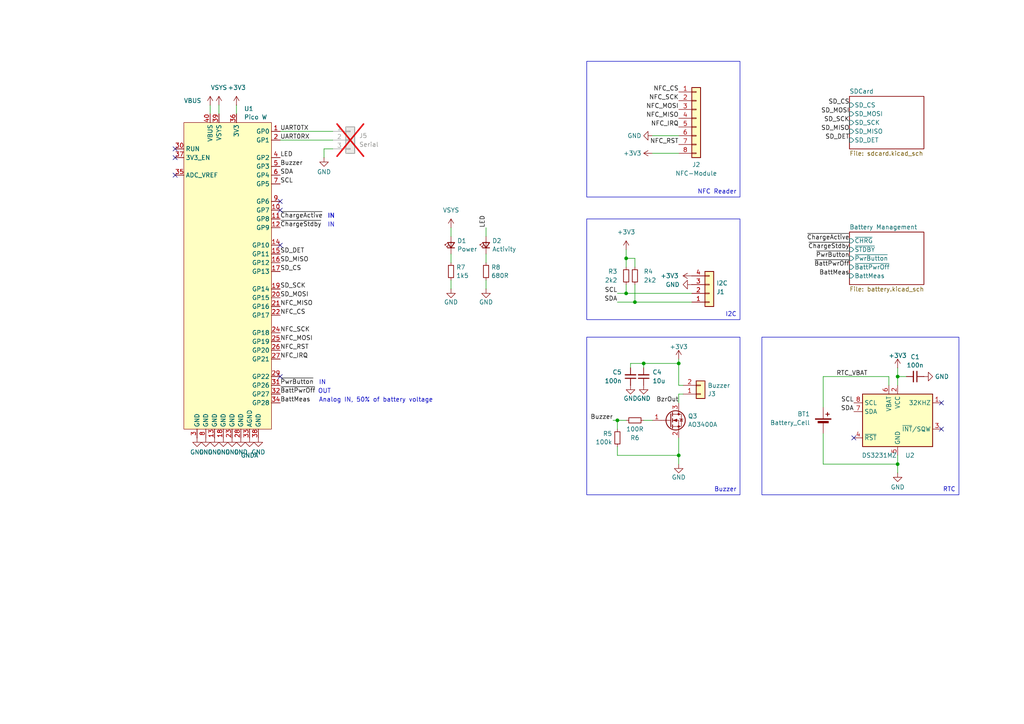
<source format=kicad_sch>
(kicad_sch (version 20231120) (generator "eeschema") (generator_version "8.0")
  (paper "A4")
  (title_block (title "NFC-Badge Scanner") (date "${DATE}") (rev "${VERSION}") (company "Qetesh"))
  (lib_symbols
    (symbol "Badge-Scanner:VSYS" (power) (in_bom no) (on_board no)
      (property "Value" "VSYS" (at 0 0 0))
      (symbol "VSYS_0_1"
        (polyline (pts (xy 0 2.54) (xy 0.762 1.27)))
        (polyline (pts (xy 0 0) (xy 0 2.54) (xy -0.762 1.27)))
      )
      (symbol "VSYS_1_1"
        (pin power_in line (at 0 0 90) (length 0) hide (name "VSYS") (number ""))
      )
    )
    (symbol "Connector_Generic:Conn_01x02" (pin_names (offset 1.016) hide)
      (property "Reference" "J" (at 0 2.54 0))
      (property "Value" "Conn_01x02" (at 0 -5.08 0))
      (symbol "Conn_01x02_1_1"
        (rectangle (start -1.27 -2.413) (end 0 -2.667) (stroke (width 0.1524)))
        (rectangle (start -1.27 0.127) (end 0 -0.127) (stroke (width 0.1524)))
        (rectangle (start -1.27 1.27) (end 1.27 -3.81) (stroke (width 0.254)) (fill (type background)))
        (pin passive line (at -5.08 0 0) (length 3.81) (name "Pin_1") (number "1"))
        (pin passive line (at -5.08 -2.54 0) (length 3.81) (name "Pin_2") (number "2"))
      )
    )
    (symbol "Connector_Generic:Conn_01x03" (pin_names (offset 1.016) hide)
      (property "Reference" "J" (at 0 5.08 0))
      (property "Value" "Conn_01x03" (at 0 -5.08 0))
      (symbol "Conn_01x03_1_1"
        (rectangle (start -1.27 -2.413) (end 0 -2.667) (stroke (width 0.1524)))
        (rectangle (start -1.27 0.127) (end 0 -0.127) (stroke (width 0.1524)))
        (rectangle (start -1.27 2.667) (end 0 2.413) (stroke (width 0.1524)))
        (rectangle (start -1.27 3.81) (end 1.27 -3.81) (stroke (width 0.254)) (fill (type background)))
        (pin passive line (at -5.08 2.54 0) (length 3.81) (name "Pin_1") (number "1"))
        (pin passive line (at -5.08 0 0) (length 3.81) (name "Pin_2") (number "2"))
        (pin passive line (at -5.08 -2.54 0) (length 3.81) (name "Pin_3") (number "3"))
      )
    )
    (symbol "Connector_Generic:Conn_01x04" (pin_names (offset 1.016) hide)
      (property "Reference" "J" (at 0 5.08 0))
      (property "Value" "Conn_01x04" (at 0 -7.62 0))
      (symbol "Conn_01x04_1_1"
        (rectangle (start -1.27 -4.953) (end 0 -5.207) (stroke (width 0.1524)))
        (rectangle (start -1.27 -2.413) (end 0 -2.667) (stroke (width 0.1524)))
        (rectangle (start -1.27 0.127) (end 0 -0.127) (stroke (width 0.1524)))
        (rectangle (start -1.27 2.667) (end 0 2.413) (stroke (width 0.1524)))
        (rectangle (start -1.27 3.81) (end 1.27 -6.35) (stroke (width 0.254)) (fill (type background)))
        (pin passive line (at -5.08 2.54 0) (length 3.81) (name "Pin_1") (number "1"))
        (pin passive line (at -5.08 0 0) (length 3.81) (name "Pin_2") (number "2"))
        (pin passive line (at -5.08 -2.54 0) (length 3.81) (name "Pin_3") (number "3"))
        (pin passive line (at -5.08 -5.08 0) (length 3.81) (name "Pin_4") (number "4"))
      )
    )
    (symbol "Connector_Generic:Conn_01x08" (pin_names (offset 1.016) hide)
      (property "Reference" "J" (at 0 10.16 0))
      (property "Value" "Conn_01x08" (at 0 -12.7 0))
      (symbol "Conn_01x08_1_1"
        (rectangle (start -1.27 -10.033) (end 0 -10.287) (stroke (width 0.1524)))
        (rectangle (start -1.27 -7.493) (end 0 -7.747) (stroke (width 0.1524)))
        (rectangle (start -1.27 -4.953) (end 0 -5.207) (stroke (width 0.1524)))
        (rectangle (start -1.27 -2.413) (end 0 -2.667) (stroke (width 0.1524)))
        (rectangle (start -1.27 0.127) (end 0 -0.127) (stroke (width 0.1524)))
        (rectangle (start -1.27 2.667) (end 0 2.413) (stroke (width 0.1524)))
        (rectangle (start -1.27 5.207) (end 0 4.953) (stroke (width 0.1524)))
        (rectangle (start -1.27 7.747) (end 0 7.493) (stroke (width 0.1524)))
        (rectangle (start -1.27 8.89) (end 1.27 -11.43) (stroke (width 0.254)) (fill (type background)))
        (pin passive line (at -5.08 7.62 0) (length 3.81) (name "Pin_1") (number "1"))
        (pin passive line (at -5.08 5.08 0) (length 3.81) (name "Pin_2") (number "2"))
        (pin passive line (at -5.08 2.54 0) (length 3.81) (name "Pin_3") (number "3"))
        (pin passive line (at -5.08 0 0) (length 3.81) (name "Pin_4") (number "4"))
        (pin passive line (at -5.08 -2.54 0) (length 3.81) (name "Pin_5") (number "5"))
        (pin passive line (at -5.08 -5.08 0) (length 3.81) (name "Pin_6") (number "6"))
        (pin passive line (at -5.08 -7.62 0) (length 3.81) (name "Pin_7") (number "7"))
        (pin passive line (at -5.08 -10.16 0) (length 3.81) (name "Pin_8") (number "8"))
      )
    )
    (symbol "Device:Battery_Cell" (pin_numbers hide) (pin_names (offset 0) hide)
      (property "Reference" "BT" (at 2.54 2.54 0))
      (property "Value" "Battery_Cell" (at 2.54 0 0))
      (symbol "Battery_Cell_0_1"
        (rectangle (start -2.286 1.778) (end 2.286 1.524) (fill (type outline)))
        (rectangle (start -1.524 1.016) (end 1.524 0.508) (fill (type outline)))
        (polyline (pts (xy 0 0.762) (xy 0 0)))
        (polyline (pts (xy 0 1.778) (xy 0 2.54)))
        (polyline (pts (xy 0.762 3.048) (xy 1.778 3.048)) (stroke (width 0.254)))
        (polyline (pts (xy 1.27 3.556) (xy 1.27 2.54)) (stroke (width 0.254)))
      )
      (symbol "Battery_Cell_1_1"
        (pin passive line (at 0 5.08 270) (length 2.54) (name "+") (number "1"))
        (pin passive line (at 0 -2.54 90) (length 2.54) (name "-") (number "2"))
      )
    )
    (symbol "Device:C_Small" (pin_numbers hide) (pin_names (offset 0.254) hide)
      (property "Reference" "C" (at 0.254 1.778 0))
      (property "Value" "C_Small" (at 0.254 -2.032 0))
      (symbol "C_Small_0_1"
        (polyline (pts (xy -1.524 -0.508) (xy 1.524 -0.508)) (stroke (width 0.3302)))
        (polyline (pts (xy -1.524 0.508) (xy 1.524 0.508)) (stroke (width 0.3048)))
      )
      (symbol "C_Small_1_1"
        (pin passive line (at 0 2.54 270) (length 2.032) (name "~") (number "1"))
        (pin passive line (at 0 -2.54 90) (length 2.032) (name "~") (number "2"))
      )
    )
    (symbol "Device:LED_Small" (pin_numbers hide) (pin_names (offset 0.254) hide)
      (property "Reference" "D" (at -1.27 3.175 0))
      (property "Value" "LED_Small" (at -4.445 -2.54 0))
      (symbol "LED_Small_0_1"
        (polyline (pts (xy -0.762 -1.016) (xy -0.762 1.016)) (stroke (width 0.254)))
        (polyline (pts (xy 1.016 0) (xy -0.762 0)))
        (polyline (pts (xy 0.762 -1.016) (xy -0.762 0) (xy 0.762 1.016) (xy 0.762 -1.016)) (stroke (width 0.254)))
        (polyline (pts (xy 0 0.762) (xy -0.508 1.27) (xy -0.254 1.27) (xy -0.508 1.27) (xy -0.508 1.016)))
        (polyline (pts (xy 0.508 1.27) (xy 0 1.778) (xy 0.254 1.778) (xy 0 1.778) (xy 0 1.524)))
      )
      (symbol "LED_Small_1_1"
        (pin passive line (at -2.54 0 0) (length 1.778) (name "K") (number "1"))
        (pin passive line (at 2.54 0 180) (length 1.778) (name "A") (number "2"))
      )
    )
    (symbol "Device:R_Small" (pin_numbers hide) (pin_names (offset 0.254) hide)
      (property "Reference" "R" (at 0.762 0.508 0))
      (property "Value" "R_Small" (at 0.762 -1.016 0))
      (symbol "R_Small_0_1"
        (rectangle (start -0.762 1.778) (end 0.762 -1.778) (stroke (width 0.2032)))
      )
      (symbol "R_Small_1_1"
        (pin passive line (at 0 2.54 270) (length 0.762) (name "~") (number "1"))
        (pin passive line (at 0 -2.54 90) (length 0.762) (name "~") (number "2"))
      )
    )
    (symbol "RPiPicoW:Pico_W"
      (property "Reference" "U1" (at 3.4641 -0.9469 0))
      (property "Value" "Raspberry Pi Pico W" (at 2.54 2.54 0))
      (symbol "Pico_W_1_1"
        (rectangle (start -12.7 -2.54) (end 12.7 -91.44) (fill (type background)))
        (pin bidirectional line (at 15.24 -5.08 180) (length 2.54) (name "GP0") (number "1"))
        (pin bidirectional line (at 15.24 -27.94 180) (length 2.54) (name "GP7") (number "10"))
        (pin bidirectional line (at 15.24 -30.48 180) (length 2.54) (name "GP8") (number "11"))
        (pin bidirectional line (at 15.24 -33.02 180) (length 2.54) (name "GP9") (number "12"))
        (pin passive line (at -3.81 -93.98 90) (length 2.54) (name "GND") (number "13"))
        (pin bidirectional line (at 15.24 -38.1 180) (length 2.54) (name "GP10") (number "14"))
        (pin bidirectional line (at 15.24 -40.64 180) (length 2.54) (name "GP11") (number "15"))
        (pin bidirectional line (at 15.24 -43.18 180) (length 2.54) (name "GP12") (number "16"))
        (pin bidirectional line (at 15.24 -45.72 180) (length 2.54) (name "GP13") (number "17"))
        (pin passive line (at -1.27 -93.98 90) (length 2.54) (name "GND") (number "18"))
        (pin bidirectional line (at 15.24 -50.8 180) (length 2.54) (name "GP14") (number "19"))
        (pin bidirectional line (at 15.24 -7.62 180) (length 2.54) (name "GP1") (number "2"))
        (pin bidirectional line (at 15.24 -53.34 180) (length 2.54) (name "GP15") (number "20"))
        (pin bidirectional line (at 15.24 -55.88 180) (length 2.54) (name "GP16") (number "21"))
        (pin bidirectional line (at 15.24 -58.42 180) (length 2.54) (name "GP17") (number "22"))
        (pin passive line (at 1.27 -93.98 90) (length 2.54) (name "GND") (number "23"))
        (pin bidirectional line (at 15.24 -63.5 180) (length 2.54) (name "GP18") (number "24"))
        (pin bidirectional line (at 15.24 -66.04 180) (length 2.54) (name "GP19") (number "25"))
        (pin bidirectional line (at 15.24 -68.58 180) (length 2.54) (name "GP20") (number "26"))
        (pin bidirectional line (at 15.24 -71.12 180) (length 2.54) (name "GP21") (number "27"))
        (pin passive line (at 3.81 -93.98 90) (length 2.54) (name "GND") (number "28"))
        (pin bidirectional line (at 15.24 -76.2 180) (length 2.54) (name "GP22") (number "29"))
        (pin passive line (at -8.89 -93.98 90) (length 2.54) (name "GND") (number "3"))
        (pin input line (at -15.24 -10.16 0) (length 2.54) (name "RUN") (number "30"))
        (pin bidirectional line (at 15.24 -78.74 180) (length 2.54) (name "GP26") (number "31"))
        (pin bidirectional line (at 15.24 -81.28 180) (length 2.54) (name "GP27") (number "32"))
        (pin passive line (at 6.35 -93.98 90) (length 2.54) (name "AGND") (number "33"))
        (pin bidirectional line (at 15.24 -83.82 180) (length 2.54) (name "GP28") (number "34"))
        (pin passive line (at -15.24 -17.78 0) (length 2.54) (name "ADC_VREF") (number "35"))
        (pin power_out line (at 2.54 0 270) (length 2.54) (name "3V3") (number "36"))
        (pin input line (at -15.24 -12.7 0) (length 2.54) (name "3V3_EN") (number "37"))
        (pin passive line (at 8.89 -93.98 90) (length 2.54) (name "GND") (number "38"))
        (pin passive line (at -2.54 0 270) (length 2.54) (name "VSYS") (number "39"))
        (pin bidirectional line (at 15.24 -12.7 180) (length 2.54) (name "GP2") (number "4"))
        (pin passive line (at -5.08 0 270) (length 2.54) (name "VBUS") (number "40"))
        (pin bidirectional line (at 15.24 -15.24 180) (length 2.54) (name "GP3") (number "5"))
        (pin bidirectional line (at 15.24 -17.78 180) (length 2.54) (name "GP4") (number "6"))
        (pin bidirectional line (at 15.24 -20.32 180) (length 2.54) (name "GP5") (number "7"))
        (pin passive line (at -6.35 -93.98 90) (length 2.54) (name "GND") (number "8"))
        (pin bidirectional line (at 15.24 -25.4 180) (length 2.54) (name "GP6") (number "9"))
      )
    )
    (symbol "Timer_RTC:DS3231MZ"
      (property "Reference" "U" (at -7.62 8.89 0))
      (property "Value" "DS3231MZ" (at 11.43 8.89 0))
      (symbol "DS3231MZ_0_1"
        (rectangle (start -10.16 7.62) (end 10.16 -7.62) (stroke (width 0.254)) (fill (type background)))
      )
      (symbol "DS3231MZ_1_1"
        (pin open_collector line (at 12.7 5.08 180) (length 2.54) (name "32KHZ") (number "1"))
        (pin power_in line (at 0 10.16 270) (length 2.54) (name "VCC") (number "2"))
        (pin open_collector line (at 12.7 -2.54 180) (length 2.54) (name "~{INT}/SQW") (number "3"))
        (pin bidirectional line (at -12.7 -5.08 0) (length 2.54) (name "~{RST}") (number "4"))
        (pin power_in line (at 0 -10.16 90) (length 2.54) (name "GND") (number "5"))
        (pin power_in line (at -2.54 10.16 270) (length 2.54) (name "VBAT") (number "6"))
        (pin bidirectional line (at -12.7 2.54 0) (length 2.54) (name "SDA") (number "7"))
        (pin input line (at -12.7 5.08 0) (length 2.54) (name "SCL") (number "8"))
      )
    )
    (symbol "Transistor_FET:AO3400A" (pin_names hide)
      (property "Reference" "Q" (at 5.08 1.905 0))
      (property "Value" "AO3400A" (at 5.08 0 0))
      (symbol "AO3400A_0_1"
        (polyline (pts (xy 0.254 0) (xy -2.54 0)))
        (polyline (pts (xy 0.254 1.905) (xy 0.254 -1.905)) (stroke (width 0.254)))
        (polyline (pts (xy 0.762 -1.27) (xy 0.762 -2.286)) (stroke (width 0.254)))
        (polyline (pts (xy 0.762 0.508) (xy 0.762 -0.508)) (stroke (width 0.254)))
        (polyline (pts (xy 0.762 2.286) (xy 0.762 1.27)) (stroke (width 0.254)))
        (polyline (pts (xy 2.54 2.54) (xy 2.54 1.778)))
        (polyline (pts (xy 2.54 -2.54) (xy 2.54 0) (xy 0.762 0)))
        (polyline (pts (xy 0.762 -1.778) (xy 3.302 -1.778) (xy 3.302 1.778) (xy 0.762 1.778)))
        (polyline (pts (xy 1.016 0) (xy 2.032 0.381) (xy 2.032 -0.381) (xy 1.016 0)) (fill (type outline)))
        (polyline (pts (xy 2.794 0.508) (xy 2.921 0.381) (xy 3.683 0.381) (xy 3.81 0.254)))
        (polyline (pts (xy 3.302 0.381) (xy 2.921 -0.254) (xy 3.683 -0.254) (xy 3.302 0.381)))
        (circle (center 1.651 0) (radius 2.794) (stroke (width 0.254)))
        (circle (center 2.54 -1.778) (radius 0.254) (fill (type outline)))
        (circle (center 2.54 1.778) (radius 0.254) (fill (type outline)))
      )
      (symbol "AO3400A_1_1"
        (pin input line (at -5.08 0 0) (length 2.54) (name "G") (number "1"))
        (pin passive line (at 2.54 -5.08 90) (length 2.54) (name "S") (number "2"))
        (pin passive line (at 2.54 5.08 270) (length 2.54) (name "D") (number "3"))
      )
    )
    (symbol "power:+3V3" (power) (pin_numbers hide) (pin_names (offset 0) hide)
      (property "Value" "+3V3" (at 0 3.556 0))
      (symbol "+3V3_0_1"
        (polyline (pts (xy -0.762 1.27) (xy 0 2.54)))
        (polyline (pts (xy 0 0) (xy 0 2.54)))
        (polyline (pts (xy 0 2.54) (xy 0.762 1.27)))
      )
      (symbol "+3V3_1_1"
        (pin power_in line (at 0 0 90) (length 0) (name "~") (number "1"))
      )
    )
    (symbol "power:GND" (power) (pin_numbers hide) (pin_names (offset 0) hide)
      (property "Value" "GND" (at 0 -3.81 0))
      (symbol "GND_0_1"
        (polyline (pts (xy 0 0) (xy 0 -1.27) (xy 1.27 -1.27) (xy 0 -2.54) (xy -1.27 -1.27) (xy 0 -1.27)))
      )
      (symbol "GND_1_1"
        (pin power_in line (at 0 0 270) (length 0) (name "~") (number "1"))
      )
    )
    (symbol "power:GNDA" (power) (pin_numbers hide) (pin_names (offset 0) hide)
      (property "Value" "GNDA" (at 0 -3.81 0))
      (symbol "GNDA_0_1"
        (polyline (pts (xy 0 0) (xy 0 -1.27) (xy 1.27 -1.27) (xy 0 -2.54) (xy -1.27 -1.27) (xy 0 -1.27)))
      )
      (symbol "GNDA_1_1"
        (pin power_in line (at 0 0 270) (length 0) (name "~") (number "1"))
      )
    )
    (symbol "power:PWR_FLAG" (power) (pin_numbers hide) (pin_names (offset 0) hide)
      (property "Value" "PWR_FLAG" (at 0 3.81 0))
      (symbol "PWR_FLAG_0_0"
        (pin power_out line (at 0 0 90) (length 0) (name "~") (number "1"))
      )
      (symbol "PWR_FLAG_0_1"
        (polyline (pts (xy 0 0) (xy 0 1.27) (xy -1.016 1.905) (xy 0 2.54) (xy 1.016 1.905) (xy 0 1.27)))
      )
    )
    (symbol "power:VBUS" (power) (pin_numbers hide) (pin_names (offset 0) hide)
      (property "Value" "VBUS" (at 0 3.556 0))
      (symbol "VBUS_0_1"
        (polyline (pts (xy -0.762 1.27) (xy 0 2.54)))
        (polyline (pts (xy 0 0) (xy 0 2.54)))
        (polyline (pts (xy 0 2.54) (xy 0.762 1.27)))
      )
      (symbol "VBUS_1_1"
        (pin power_in line (at 0 0 90) (length 0) (name "~") (number "1"))
      )
    )
  )
  (junction (at 186.69 105.41))
  (junction (at 196.85 132.08))
  (junction (at 260.35 109.22))
  (junction (at 181.61 74.93))
  (junction (at 179.07 121.92))
  (junction (at 184.15 87.63))
  (junction (at 181.61 85.09))
  (junction (at 260.35 134.62))
  (junction (at 196.85 105.41))
  (no_connect (at 81.28 60.96))
  (no_connect (at 273.05 116.84))
  (no_connect (at 81.28 71.12))
  (no_connect (at 247.65 127))
  (no_connect (at 273.05 124.46))
  (no_connect (at 50.8 43.18))
  (no_connect (at 81.28 58.42))
  (no_connect (at 50.8 45.72))
  (no_connect (at 81.28 109.22))
  (no_connect (at 50.8 50.8))
  (wire (pts (xy 179.07 132.08) (xy 196.85 132.08)))
  (wire (pts (xy 196.85 132.08) (xy 196.85 134.62)))
  (wire (pts (xy 60.96 30.48) (xy 60.96 33.02)))
  (wire (pts (xy 186.69 105.41) (xy 196.85 105.41)))
  (wire (pts (xy 181.61 72.39) (xy 181.61 74.93)))
  (wire (pts (xy 140.97 81.28) (xy 140.97 83.82)))
  (wire (pts (xy 181.61 74.93) (xy 181.61 77.47)))
  (wire (pts (xy 181.61 85.09) (xy 200.66 85.09)))
  (wire (pts (xy 140.97 73.66) (xy 140.97 76.2)))
  (wire (pts (xy 68.58 30.48) (xy 68.58 33.02)))
  (wire (pts (xy 238.76 109.22) (xy 238.76 118.11)))
  (wire (pts (xy 260.35 106.68) (xy 260.35 109.22)))
  (wire (pts (xy 186.69 105.41) (xy 186.69 106.68)))
  (wire (pts (xy 238.76 134.62) (xy 260.35 134.62)))
  (wire (pts (xy 196.85 111.76) (xy 198.12 111.76)))
  (wire (pts (xy 189.23 39.37) (xy 196.85 39.37)))
  (wire (pts (xy 196.85 105.41) (xy 196.85 111.76)))
  (wire (pts (xy 177.8 121.92) (xy 179.07 121.92)))
  (wire (pts (xy 130.81 81.28) (xy 130.81 83.82)))
  (wire (pts (xy 262.89 109.22) (xy 260.35 109.22)))
  (wire (pts (xy 93.98 43.18) (xy 96.52 43.18)))
  (wire (pts (xy 81.28 40.64) (xy 96.52 40.64)))
  (wire (pts (xy 257.81 111.76) (xy 257.81 109.22)))
  (wire (pts (xy 93.98 45.72) (xy 93.98 43.18)))
  (wire (pts (xy 184.15 87.63) (xy 200.66 87.63)))
  (wire (pts (xy 179.07 85.09) (xy 181.61 85.09)))
  (wire (pts (xy 238.76 125.73) (xy 238.76 134.62)))
  (wire (pts (xy 260.35 109.22) (xy 260.35 111.76)))
  (wire (pts (xy 196.85 104.14) (xy 196.85 105.41)))
  (wire (pts (xy 182.88 105.41) (xy 186.69 105.41)))
  (wire (pts (xy 179.07 87.63) (xy 184.15 87.63)))
  (wire (pts (xy 179.07 124.46) (xy 179.07 121.92)))
  (wire (pts (xy 184.15 77.47) (xy 184.15 74.93)))
  (wire (pts (xy 179.07 129.54) (xy 179.07 132.08)))
  (wire (pts (xy 196.85 116.84) (xy 196.85 114.3)))
  (wire (pts (xy 196.85 114.3) (xy 198.12 114.3)))
  (wire (pts (xy 196.85 127) (xy 196.85 132.08)))
  (wire (pts (xy 130.81 73.66) (xy 130.81 76.2)))
  (wire (pts (xy 179.07 121.92) (xy 181.61 121.92)))
  (wire (pts (xy 130.81 66.04) (xy 130.81 68.58)))
  (wire (pts (xy 186.69 121.92) (xy 189.23 121.92)))
  (wire (pts (xy 181.61 85.09) (xy 181.61 82.55)))
  (wire (pts (xy 184.15 87.63) (xy 184.15 82.55)))
  (wire (pts (xy 260.35 137.16) (xy 260.35 134.62)))
  (wire (pts (xy 238.76 109.22) (xy 257.81 109.22)))
  (wire (pts (xy 63.5 33.02) (xy 63.5 30.48)))
  (wire (pts (xy 81.28 38.1) (xy 96.52 38.1)))
  (wire (pts (xy 189.23 44.45) (xy 196.85 44.45)))
  (wire (pts (xy 184.15 74.93) (xy 181.61 74.93)))
  (wire (pts (xy 260.35 134.62) (xy 260.35 132.08)))
  (wire (pts (xy 182.88 105.41) (xy 182.88 106.68)))
  (wire (pts (xy 140.97 66.04) (xy 140.97 68.58)))
  (text_box "NFC Reader" (at 170.18 17.78 0) (size 44.45 39.37) (effects (font (size 1.27 1.27)) (justify right bottom)))
  (text_box "RTC" (at 220.98 97.79 0) (size 57.15 45.72) (effects (font (size 1.27 1.27)) (justify right bottom)))
  (text_box "Buzzer" (at 170.18 97.79 0) (size 44.45 45.72) (effects (font (size 1.27 1.27)) (justify right bottom)))
  (text_box "I2C" (at 170.18 63.5 0) (size 44.45 29.21) (effects (font (size 1.27 1.27)) (justify right bottom)))
  (text "Analog IN, 50% of battery voltage" (at 92.456 116.078 0) (effects (font (size 1.27 1.27)) (justify left)))
  (text "IN" (at 94.996 65.278 0) (effects (font (size 1.27 1.27)) (justify left)))
  (text "OUT" (at 92.202 113.538 0) (effects (font (size 1.27 1.27)) (justify left)))
  (text "IN" (at 94.996 62.738 0) (effects (font (size 1.27 1.27)) (justify left)))
  (text "IN" (at 92.456 110.998 0) (effects (font (size 1.27 1.27)) (justify left)))
  (text "IN" (at 94.996 62.738 0) (effects (font (size 1.27 1.27)) (justify left)))
  (label "NFC_MISO" (at 196.85 34.29 180))
  (label "~{ChargeStdby}" (at 81.28 66.04 0))
  (label "Buzzer" (at 177.8 121.92 180))
  (label "SDA" (at 81.28 50.8 0))
  (label "NFC_RST" (at 81.28 101.6 0))
  (label "~{ChargeStdby}" (at 246.38 72.39 180))
  (label "SCL" (at 179.07 85.09 180))
  (label "Buzzer" (at 81.28 48.26 0))
  (label "SD_MOSI" (at 246.38 33.02 180))
  (label "LED" (at 81.28 45.72 0))
  (label "NFC_MISO" (at 81.28 88.9 0))
  (label "LED" (at 140.97 66.04 90))
  (label "~{ChargeActive}" (at 81.28 63.5 0))
  (label "SCL" (at 247.65 116.84 180))
  (label "~{BattPwrOff}" (at 81.28 114.3 0))
  (label "NFC_SCK" (at 196.85 29.21 180))
  (label "BattMeas" (at 246.38 80.01 180))
  (label "~{ChargeActive}" (at 246.38 69.85 180))
  (label "NFC_RST" (at 196.85 41.91 180))
  (label "RTC_VBAT" (at 242.57 109.22 0))
  (label "BattMeas" (at 81.28 116.84 0))
  (label "~{PwrButton}" (at 246.38 74.93 180))
  (label "~{PwrButton}" (at 81.28 111.76 0))
  (label "BzrOut" (at 196.85 116.84 180))
  (label "UART0TX" (at 81.28 38.1 0))
  (label "SD_SCK" (at 246.38 35.56 180))
  (label "SDA" (at 247.65 119.38 180))
  (label "NFC_SCK" (at 81.28 96.52 0))
  (label "SDA" (at 179.07 87.63 180))
  (label "UART0RX" (at 81.28 40.64 0))
  (label "NFC_MOSI" (at 81.28 99.06 0))
  (label "NFC_IRQ" (at 81.28 104.14 0))
  (label "NFC_MOSI" (at 196.85 31.75 180))
  (label "NFC_IRQ" (at 196.85 36.83 180))
  (label "SD_CS" (at 246.38 30.48 180))
  (label "SD_DET" (at 81.28 73.66 0))
  (label "~{BattPwrOff}" (at 246.38 77.47 180))
  (label "SD_MISO" (at 81.28 76.2 0))
  (label "SD_SCK" (at 81.28 83.82 0))
  (label "SD_DET" (at 246.38 40.64 180))
  (label "SCL" (at 81.28 53.34 0))
  (label "SD_MISO" (at 246.38 38.1 180))
  (label "NFC_CS" (at 196.85 26.67 180))
  (label "SD_CS" (at 81.28 78.74 0))
  (label "SD_MOSI" (at 81.28 86.36 0))
  (label "RTC_VBAT" (at -25.4 179.07 90))
  (label "NFC_CS" (at 81.28 91.44 0))
  (symbol (lib_id "power:GND") (at 74.93 127 0) (unit 1)
    (property "Reference" "#PWR08" (effects (hide yes)))
    (property "Value" "GND" (at 74.93 131.1331 0))
    (property "Description" "Power symbol creates a global label with name \"GND\" , ground" (effects (hide yes)))
  )
  (symbol (lib_id "Device:R_Small") (at 184.15 80.01 180) (unit 1)
    (property "Reference" "R4" (at 186.69 78.7399 0) (effects (justify right)))
    (property "Value" "2k2" (at 186.69 81.2799 0) (effects (justify right)))
    (property "Footprint" "Resistor_SMD:R_0402_1005Metric" (effects (hide yes)))
    (property "LCSC" "C25900" (effects (hide yes)))
  )
  (symbol (lib_id "Connector_Generic:Conn_01x03") (at 101.6 40.64 0) (unit 1) (dnp yes)
    (property "Reference" "J5" (at 104.14 39.3699 0) (effects (justify left)))
    (property "Value" "Serial" (at 104.14 41.9099 0) (effects (justify left)))
    (property "Footprint" "Connector_PinHeader_2.54mm:PinHeader_1x03_P2.54mm_Vertical" (effects (hide yes)))
    (property "Description" "Generic connector, single row, 01x03, script generated (kicad-library-utils/schlib/autogen/connector/)" (effects (hide yes)))
  )
  (symbol (lib_id "power:GND") (at 260.35 137.16 0) (unit 1)
    (property "Reference" "#PWR027" (effects (hide yes)))
    (property "Value" "GND" (at 260.35 141.2931 0))
    (property "Description" "Power symbol creates a global label with name \"GND\" , ground" (effects (hide yes)))
  )
  (symbol (lib_id "power:GND") (at 267.97 109.22 90) (mirror x) (unit 1)
    (property "Reference" "#PWR028" (effects (hide yes)))
    (property "Value" "GND" (at 271.1449 109.22 90) (effects (justify right)))
    (property "Description" "Power symbol creates a global label with name \"GND\" , ground" (effects (hide yes)))
  )
  (symbol (lib_id "Connector_Generic:Conn_01x02") (at 203.2 114.3 0) (mirror x) (unit 1)
    (property "Reference" "J3" (at 205.232 114.2421 0) (effects (justify left)))
    (property "Value" "Buzzer" (at 205.232 111.8179 0) (effects (justify left)))
    (property "Footprint" "Connector_JST:JST_PH_B2B-PH-K_1x02_P2.00mm_Vertical" (effects (hide yes)))
    (property "LCSC" "C2319" (effects (hide yes)))
  )
  (symbol (lib_id "power:GND") (at 57.15 127 0) (unit 1)
    (property "Reference" "#PWR01" (effects (hide yes)))
    (property "Value" "GND" (at 57.15 131.1331 0))
    (property "Description" "Power symbol creates a global label with name \"GND\" , ground" (effects (hide yes)))
  )
  (symbol (lib_id "power:PWR_FLAG") (at -20.32 179.07 180) (unit 1)
    (property "Reference" "#FLG01" (effects (hide yes)))
    (property "Value" "PWR_FLAG" (at -20.32 184.15 0))
    (property "Description" "Special symbol for telling ERC where power comes from" (effects (hide yes)))
  )
  (symbol (lib_id "Badge-Scanner:VSYS") (at 130.81 66.04 0) (unit 1) (in_bom no) (on_board no)
    (property "Reference" "#PWR021" (effects (hide yes)))
    (property "Value" "VSYS" (at 130.81 60.96 0))
  )
  (symbol (lib_id "power:+3V3") (at 260.35 106.68 0) (mirror y) (unit 1)
    (property "Reference" "#PWR026" (effects (hide yes)))
    (property "Value" "+3V3" (at 260.35 103.124 0))
    (property "Description" "Power symbol creates a global label with name \"+3V3\"" (effects (hide yes)))
  )
  (symbol (lib_id "power:GND") (at 59.69 127 0) (unit 1)
    (property "Reference" "#PWR02" (effects (hide yes)))
    (property "Value" "GND" (at 59.69 131.1331 0))
    (property "Description" "Power symbol creates a global label with name \"GND\" , ground" (effects (hide yes)))
  )
  (symbol (lib_id "power:GND") (at 62.23 127 0) (unit 1)
    (property "Reference" "#PWR03" (effects (hide yes)))
    (property "Value" "GND" (at 62.23 131.1331 0))
    (property "Description" "Power symbol creates a global label with name \"GND\" , ground" (effects (hide yes)))
  )
  (symbol (lib_id "Timer_RTC:DS3231MZ") (at 260.35 121.92 0) (unit 1)
    (property "Reference" "U2" (at 262.5441 132.08 0) (effects (justify left)))
    (property "Value" "DS3231MZ" (at 249.936 132.08 0) (effects (justify left)))
    (property "Footprint" "Package_SO:SOIC-8_3.9x4.9mm_P1.27mm" (effects (hide yes)))
    (property "Datasheet" "http://datasheets.maximintegrated.com/en/ds/DS3231M.pdf" (effects (hide yes)))
    (property "Description" "±5ppm, I2C Real-Time Clock SOIC-8" (effects (hide yes)))
    (property "LCSC" "C107410" (effects (hide yes)))
  )
  (symbol (lib_id "Device:R_Small") (at 130.81 78.74 0) (unit 1)
    (property "Reference" "R7" (at 132.3086 77.5279 0) (effects (justify left)))
    (property "Value" "1k5" (at 132.3086 79.9521 0) (effects (justify left)))
    (property "Footprint" "Resistor_SMD:R_0402_1005Metric" (effects (hide yes)))
    (property "LCSC" "C25867" (effects (hide yes)))
  )
  (symbol (lib_id "power:PWR_FLAG") (at -25.4 179.07 180) (unit 1)
    (property "Reference" "#FLG03" (effects (hide yes)))
    (property "Value" "PWR_FLAG" (at -26.67 180.3399 0) (effects (justify left)))
    (property "Description" "Special symbol for telling ERC where power comes from" (effects (hide yes)))
  )
  (symbol (lib_id "Connector_Generic:Conn_01x08") (at 201.93 34.29 0) (unit 1)
    (property "Reference" "J2" (at 201.93 47.7504 0))
    (property "Value" "NFC-Module" (at 201.93 50.2873 0))
    (property "Footprint" "Connector_JST:JST_XH_B8B-XH-A_1x08_P2.50mm_Vertical" (effects (hide yes)))
    (property "LCSC" "C2908606" (effects (hide yes)))
  )
  (symbol (lib_id "power:PWR_FLAG") (at -15.24 179.07 180) (unit 1)
    (property "Reference" "#FLG02" (effects (hide yes)))
    (property "Value" "PWR_FLAG" (at -15.24 184.15 0))
    (property "Description" "Special symbol for telling ERC where power comes from" (effects (hide yes)))
  )
  (symbol (lib_id "power:GND") (at 182.88 111.76 0) (unit 1)
    (property "Reference" "#PWR035" (effects (hide yes)))
    (property "Value" "GND" (at 182.88 115.57 0))
    (property "Description" "Power symbol creates a global label with name \"GND\" , ground" (effects (hide yes)))
  )
  (symbol (lib_id "Device:Battery_Cell") (at 238.76 123.19 0) (unit 1)
    (property "Reference" "BT1" (at 234.95 120.0784 0) (effects (justify right)))
    (property "Value" "Battery_Cell" (at 234.95 122.6184 0) (effects (justify right)))
    (property "Footprint" "Connector_Molex:Molex_PicoBlade_53047-0210_1x02_P1.25mm_Vertical" (effects (hide yes)))
    (property "LCSC" "C114130" (effects (hide yes)))
  )
  (symbol (lib_id "power:GND") (at 67.31 127 0) (unit 1)
    (property "Reference" "#PWR05" (effects (hide yes)))
    (property "Value" "GND" (at 67.31 131.1331 0))
    (property "Description" "Power symbol creates a global label with name \"GND\" , ground" (effects (hide yes)))
  )
  (symbol (lib_id "power:VBUS") (at -20.32 179.07 0) (unit 1)
    (property "Reference" "#PWR024" (effects (hide yes)))
    (property "Value" "VBUS" (at -20.32 173.99 0))
    (property "Description" "Power symbol creates a global label with name \"VBUS\"" (effects (hide yes)))
  )
  (symbol (lib_id "power:GND") (at 200.66 82.55 270) (unit 1)
    (property "Reference" "#PWR016" (effects (hide yes)))
    (property "Value" "GND" (at 193.04 82.55 90) (effects (justify left)))
    (property "Description" "Power symbol creates a global label with name \"GND\" , ground" (effects (hide yes)))
  )
  (symbol (lib_id "Device:C_Small") (at 186.69 109.22 180) (unit 1)
    (property "Reference" "C4" (at 189.23 107.9435 0) (effects (justify right)))
    (property "Value" "10u" (at 189.23 110.4835 0) (effects (justify right)))
    (property "Footprint" "Capacitor_SMD:C_0402_1005Metric" (effects (hide yes)))
    (property "LCSC" "C15525" (effects (hide yes)))
  )
  (symbol (lib_id "power:+3V3") (at 189.23 44.45 90) (unit 1)
    (property "Reference" "#PWR018" (effects (hide yes)))
    (property "Value" "+3V3" (at 186.055 44.45 90) (effects (justify left)))
    (property "Description" "Power symbol creates a global label with name \"+3V3\"" (effects (hide yes)))
  )
  (symbol (lib_id "Device:C_Small") (at 182.88 109.22 0) (mirror x) (unit 1)
    (property "Reference" "C5" (at 180.34 107.9435 0) (effects (justify right)))
    (property "Value" "100n" (at 180.34 110.4835 0) (effects (justify right)))
    (property "Footprint" "Capacitor_SMD:C_0402_1005Metric" (effects (hide yes)))
    (property "LCSC" "C1525" (effects (hide yes)))
  )
  (symbol (lib_id "Device:LED_Small") (at 130.81 71.12 90) (unit 1)
    (property "Reference" "D1" (at 132.588 69.8444 90) (effects (justify right)))
    (property "Value" "Power" (at 132.588 72.2686 90) (effects (justify right)))
    (property "Footprint" "LED_SMD:LED_0603_1608Metric" (effects (hide yes)))
    (property "LCSC" "C72038" (effects (hide yes)))
  )
  (symbol (lib_id "Device:R_Small") (at 184.15 121.92 90) (mirror x) (unit 1)
    (property "Reference" "R6" (at 184.15 127 90))
    (property "Value" "100R" (at 184.15 124.46 90))
    (property "Footprint" "Resistor_SMD:R_0402_1005Metric" (effects (hide yes)))
    (property "LCSC" "C25076" (effects (hide yes)))
  )
  (symbol (lib_id "power:GNDA") (at -5.08 179.07 180) (unit 1)
    (property "Reference" "#PWR046" (effects (hide yes)))
    (property "Value" "GNDA" (at -5.08 173.99 0))
    (property "Description" "Power symbol creates a global label with name \"GNDA\" , analog ground" (effects (hide yes)))
  )
  (symbol (lib_id "power:VBUS") (at 60.96 30.48 0) (unit 1)
    (property "Reference" "#PWR014" (effects (hide yes)))
    (property "Value" "VBUS" (at 58.42 29.2099 0) (effects (justify right)))
    (property "Description" "Power symbol creates a global label with name \"VBUS\"" (effects (hide yes)))
  )
  (symbol (lib_id "Device:R_Small") (at 179.07 127 0) (mirror y) (unit 1)
    (property "Reference" "R5" (at 177.5714 125.7879 0) (effects (justify left)))
    (property "Value" "100k" (at 177.5714 128.2121 0) (effects (justify left)))
    (property "Footprint" "Resistor_SMD:R_0402_1005Metric" (effects (hide yes)))
    (property "LCSC" "C25741" (effects (hide yes)))
  )
  (symbol (lib_id "power:GNDA") (at 72.39 127 0) (unit 1)
    (property "Reference" "#PWR07" (effects (hide yes)))
    (property "Value" "GNDA" (at 72.39 132.08 0))
    (property "Description" "Power symbol creates a global label with name \"GNDA\" , analog ground" (effects (hide yes)))
  )
  (symbol (lib_id "Badge-Scanner:VSYS") (at -10.16 179.07 0) (unit 1) (in_bom no) (on_board no)
    (property "Reference" "#PWR042" (effects (hide yes)))
    (property "Value" "VSYS" (at -10.16 173.99 0))
  )
  (symbol (lib_id "Device:R_Small") (at 140.97 78.74 0) (unit 1)
    (property "Reference" "R8" (at 142.4686 77.5279 0) (effects (justify left)))
    (property "Value" "680R" (at 142.4686 79.9521 0) (effects (justify left)))
    (property "Footprint" "Resistor_SMD:R_0402_1005Metric" (effects (hide yes)))
    (property "LCSC" "C25130" (effects (hide yes)))
  )
  (symbol (lib_id "Transistor_FET:AO3400A") (at 194.31 121.92 0) (unit 1)
    (property "Reference" "Q3" (at 199.517 120.7079 0) (effects (justify left)))
    (property "Value" "AO3400A" (at 199.517 123.1321 0) (effects (justify left)))
    (property "Footprint" "Package_TO_SOT_SMD:SOT-23" (effects (hide yes)))
    (property "Datasheet" "http://www.aosmd.com/pdfs/datasheet/AO3400A.pdf" (effects (hide yes)))
    (property "Description" "30V Vds, 5.7A Id, N-Channel MOSFET, SOT-23" (effects (hide yes)))
    (property "LCSC" "C20917" (effects (hide yes)))
  )
  (symbol (lib_id "power:GND") (at 186.69 111.76 0) (unit 1)
    (property "Reference" "#PWR034" (effects (hide yes)))
    (property "Value" "GND" (at 186.69 115.57 0))
    (property "Description" "Power symbol creates a global label with name \"GND\" , ground" (effects (hide yes)))
  )
  (symbol (lib_id "Device:LED_Small") (at 140.97 71.12 90) (unit 1)
    (property "Reference" "D2" (at 142.748 69.8444 90) (effects (justify right)))
    (property "Value" "Activity" (at 142.748 72.2686 90) (effects (justify right)))
    (property "Footprint" "LED_SMD:LED_0603_1608Metric" (effects (hide yes)))
    (property "LCSC" "C72038" (effects (hide yes)))
  )
  (symbol (lib_id "RPiPicoW:Pico_W") (at 66.04 33.02 0) (unit 1)
    (property "Reference" "U1" (at 70.7741 31.5427 0) (effects (justify left)))
    (property "Value" "Pico W" (at 70.7741 33.9669 0) (effects (justify left)))
    (property "Footprint" "Badge-Scanner:RPi_PicoW_SMD_TH_NoSilkscreenText" (effects (hide yes)))
    (property "LCSC" "C7203003" (effects (hide yes)))
  )
  (symbol (lib_id "power:+3V3") (at 181.61 72.39 0) (unit 1)
    (property "Reference" "#PWR012" (effects (hide yes)))
    (property "Value" "+3V3" (at 181.61 67.31 0))
    (property "Description" "Power symbol creates a global label with name \"+3V3\"" (effects (hide yes)))
  )
  (symbol (lib_id "power:PWR_FLAG") (at -5.08 179.07 180) (unit 1)
    (property "Reference" "#FLG05" (effects (hide yes)))
    (property "Value" "PWR_FLAG" (at -5.08 184.15 0))
    (property "Description" "Special symbol for telling ERC where power comes from" (effects (hide yes)))
  )
  (symbol (lib_id "power:GND") (at -15.24 179.07 180) (unit 1)
    (property "Reference" "#PWR025" (effects (hide yes)))
    (property "Value" "GND" (at -15.24 173.99 0))
    (property "Description" "Power symbol creates a global label with name \"GND\" , ground" (effects (hide yes)))
  )
  (symbol (lib_id "power:GND") (at 189.23 39.37 270) (unit 1)
    (property "Reference" "#PWR017" (effects (hide yes)))
    (property "Value" "GND" (at 186.0551 39.37 90) (effects (justify right)))
    (property "Description" "Power symbol creates a global label with name \"GND\" , ground" (effects (hide yes)))
  )
  (symbol (lib_id "power:GND") (at 130.81 83.82 0) (unit 1)
    (property "Reference" "#PWR022" (effects (hide yes)))
    (property "Value" "GND" (at 130.81 87.63 0))
    (property "Description" "Power symbol creates a global label with name \"GND\" , ground" (effects (hide yes)))
  )
  (symbol (lib_id "power:GND") (at 64.77 127 0) (unit 1)
    (property "Reference" "#PWR04" (effects (hide yes)))
    (property "Value" "GND" (at 64.77 131.1331 0))
    (property "Description" "Power symbol creates a global label with name \"GND\" , ground" (effects (hide yes)))
  )
  (symbol (lib_id "Device:R_Small") (at 181.61 80.01 0) (mirror x) (unit 1)
    (property "Reference" "R3" (at 179.07 78.7399 0) (effects (justify right)))
    (property "Value" "2k2" (at 179.07 81.2799 0) (effects (justify right)))
    (property "Footprint" "Resistor_SMD:R_0402_1005Metric" (effects (hide yes)))
    (property "LCSC" "C25900" (effects (hide yes)))
  )
  (symbol (lib_id "power:GND") (at 196.85 134.62 0) (unit 1)
    (property "Reference" "#PWR020" (effects (hide yes)))
    (property "Value" "GND" (at 196.85 138.43 0))
    (property "Description" "Power symbol creates a global label with name \"GND\" , ground" (effects (hide yes)))
  )
  (symbol (lib_id "power:GND") (at 93.98 45.72 0) (unit 1)
    (property "Reference" "#PWR039" (effects (hide yes)))
    (property "Value" "GND" (at 93.98 49.8531 0))
    (property "Description" "Power symbol creates a global label with name \"GND\" , ground" (effects (hide yes)))
  )
  (symbol (lib_id "Connector_Generic:Conn_01x04") (at 205.74 85.09 0) (mirror x) (unit 1)
    (property "Reference" "J1" (at 207.772 84.6547 0) (effects (justify left)))
    (property "Value" "I2C" (at 207.772 82.1178 0) (effects (justify left)))
    (property "Footprint" "Connector_JST:JST_PH_B4B-PH-K_1x04_P2.00mm_Vertical" (effects (hide yes)))
    (property "LCSC" "C2321" (effects (hide yes)))
  )
  (symbol (lib_id "power:GND") (at 69.85 127 0) (unit 1)
    (property "Reference" "#PWR06" (effects (hide yes)))
    (property "Value" "GND" (at 69.85 131.1331 0))
    (property "Description" "Power symbol creates a global label with name \"GND\" , ground" (effects (hide yes)))
  )
  (symbol (lib_id "power:+3V3") (at 200.66 80.01 90) (unit 1)
    (property "Reference" "#PWR011" (effects (hide yes)))
    (property "Value" "+3V3" (at 196.85 80.0099 90) (effects (justify left)))
    (property "Description" "Power symbol creates a global label with name \"+3V3\"" (effects (hide yes)))
  )
  (symbol (lib_id "power:GND") (at 140.97 83.82 0) (unit 1)
    (property "Reference" "#PWR023" (effects (hide yes)))
    (property "Value" "GND" (at 140.97 87.63 0))
    (property "Description" "Power symbol creates a global label with name \"GND\" , ground" (effects (hide yes)))
  )
  (symbol (lib_id "power:+3V3") (at 196.85 104.14 0) (mirror y) (unit 1)
    (property "Reference" "#PWR013" (effects (hide yes)))
    (property "Value" "+3V3" (at 196.85 100.584 0))
    (property "Description" "Power symbol creates a global label with name \"+3V3\"" (effects (hide yes)))
  )
  (symbol (lib_id "power:+3V3") (at 68.58 30.48 0) (unit 1)
    (property "Reference" "#PWR010" (effects (hide yes)))
    (property "Value" "+3V3" (at 66.04 25.4 0) (effects (justify left)))
    (property "Description" "Power symbol creates a global label with name \"+3V3\"" (effects (hide yes)))
  )
  (symbol (lib_id "power:PWR_FLAG") (at -10.16 179.07 180) (unit 1)
    (property "Reference" "#FLG04" (effects (hide yes)))
    (property "Value" "PWR_FLAG" (at -10.16 184.15 0))
    (property "Description" "Special symbol for telling ERC where power comes from" (effects (hide yes)))
  )
  (symbol (lib_id "Badge-Scanner:VSYS") (at 63.5 30.48 0) (unit 1) (in_bom no) (on_board no)
    (property "Reference" "#PWR040" (effects (hide yes)))
    (property "Value" "VSYS" (at 63.5 25.4 0))
  )
  (symbol (lib_id "Device:C_Small") (at 265.43 109.22 270) (mirror x) (unit 1)
    (property "Reference" "C1" (at 265.4237 103.5136 90))
    (property "Value" "100n" (at 265.4237 105.9378 90))
    (property "Footprint" "Capacitor_SMD:C_0402_1005Metric" (effects (hide yes)))
    (property "LCSC" "C1525" (effects (hide yes)))
  )
  (sheet (at 246.38 67.31) (size 21.59 15.24) (stroke (width 0.1524))
    (property "Sheetname" "Battery Management" (at 246.38 66.5984 0) (effects (justify left bottom)))
    (property "Sheetfile" "battery.kicad_sch" (at 246.38 83.1346 0) (effects (justify left top)))
    (pin "~{CHRG}" input (at 246.38 69.85 180))
    (pin "~{STDBY}" input (at 246.38 72.39 180))
    (pin "BattMeas" input (at 246.38 80.01 180))
    (pin "~{BattPwrOff}" input (at 246.38 77.47 180))
    (pin "~{PwrButton}" input (at 246.38 74.93 180))
  )
  (sheet (at 246.38 27.94) (size 21.59 15.24) (stroke (width 0.1524))
    (property "Sheetname" "SDCard" (at 246.38 27.2284 0) (effects (justify left bottom)))
    (property "Sheetfile" "sdcard.kicad_sch" (at 246.38 43.7646 0) (effects (justify left top)))
    (pin "SD_MOSI" input (at 246.38 33.02 180))
    (pin "SD_SCK" input (at 246.38 35.56 180))
    (pin "SD_CS" input (at 246.38 30.48 180))
    (pin "SD_DET" input (at 246.38 40.64 180))
    (pin "SD_MISO" input (at 246.38 38.1 180))
  )
)
</source>
